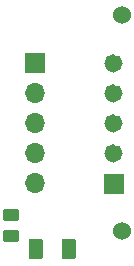
<source format=gbr>
%TF.GenerationSoftware,KiCad,Pcbnew,7.0.10-7.0.10~ubuntu22.04.1*%
%TF.CreationDate,2024-01-21T09:22:18-08:00*%
%TF.ProjectId,encoder_adapter,656e636f-6465-4725-9f61-646170746572,V1*%
%TF.SameCoordinates,Original*%
%TF.FileFunction,Soldermask,Bot*%
%TF.FilePolarity,Negative*%
%FSLAX46Y46*%
G04 Gerber Fmt 4.6, Leading zero omitted, Abs format (unit mm)*
G04 Created by KiCad (PCBNEW 7.0.10-7.0.10~ubuntu22.04.1) date 2024-01-21 09:22:18*
%MOMM*%
%LPD*%
G01*
G04 APERTURE LIST*
G04 Aperture macros list*
%AMRoundRect*
0 Rectangle with rounded corners*
0 $1 Rounding radius*
0 $2 $3 $4 $5 $6 $7 $8 $9 X,Y pos of 4 corners*
0 Add a 4 corners polygon primitive as box body*
4,1,4,$2,$3,$4,$5,$6,$7,$8,$9,$2,$3,0*
0 Add four circle primitives for the rounded corners*
1,1,$1+$1,$2,$3*
1,1,$1+$1,$4,$5*
1,1,$1+$1,$6,$7*
1,1,$1+$1,$8,$9*
0 Add four rect primitives between the rounded corners*
20,1,$1+$1,$2,$3,$4,$5,0*
20,1,$1+$1,$4,$5,$6,$7,0*
20,1,$1+$1,$6,$7,$8,$9,0*
20,1,$1+$1,$8,$9,$2,$3,0*%
G04 Aperture macros list end*
%ADD10C,0.796200*%
%ADD11C,0.010000*%
%ADD12C,1.524000*%
%ADD13R,1.700000X1.700000*%
%ADD14O,1.700000X1.700000*%
%ADD15RoundRect,0.250000X-0.450000X0.262500X-0.450000X-0.262500X0.450000X-0.262500X0.450000X0.262500X0*%
%ADD16RoundRect,0.250000X0.375000X0.625000X-0.375000X0.625000X-0.375000X-0.625000X0.375000X-0.625000X0*%
G04 APERTURE END LIST*
D10*
%TO.C,J1*%
X131462100Y-96520000D02*
G75*
G03*
X130665900Y-96520000I-398100J0D01*
G01*
X130665900Y-96520000D02*
G75*
G03*
X131462100Y-96520000I398100J0D01*
G01*
X131462100Y-99060000D02*
G75*
G03*
X130665900Y-99060000I-398100J0D01*
G01*
X130665900Y-99060000D02*
G75*
G03*
X131462100Y-99060000I398100J0D01*
G01*
X131462100Y-101600000D02*
G75*
G03*
X130665900Y-101600000I-398100J0D01*
G01*
X130665900Y-101600000D02*
G75*
G03*
X131462100Y-101600000I398100J0D01*
G01*
X131462100Y-104140000D02*
G75*
G03*
X130665900Y-104140000I-398100J0D01*
G01*
X130665900Y-104140000D02*
G75*
G03*
X131462100Y-104140000I398100J0D01*
G01*
D11*
X131860200Y-107476200D02*
X130267800Y-107476200D01*
X130267800Y-105883800D01*
X131860200Y-105883800D01*
X131860200Y-107476200D01*
G36*
X131860200Y-107476200D02*
G01*
X130267800Y-107476200D01*
X130267800Y-105883800D01*
X131860200Y-105883800D01*
X131860200Y-107476200D01*
G37*
%TD*%
D12*
%TO.C,J1*%
X131826000Y-92456000D03*
X131826000Y-110744000D03*
%TD*%
D13*
%TO.C,J2*%
X124460000Y-96520000D03*
D14*
X124460000Y-99060000D03*
X124460000Y-101600000D03*
X124460000Y-104140000D03*
X124460000Y-106680000D03*
%TD*%
D15*
%TO.C,R1*%
X122428000Y-109323500D03*
X122428000Y-111148500D03*
%TD*%
D16*
%TO.C,D1*%
X127305489Y-112268000D03*
X124505489Y-112268000D03*
%TD*%
M02*

</source>
